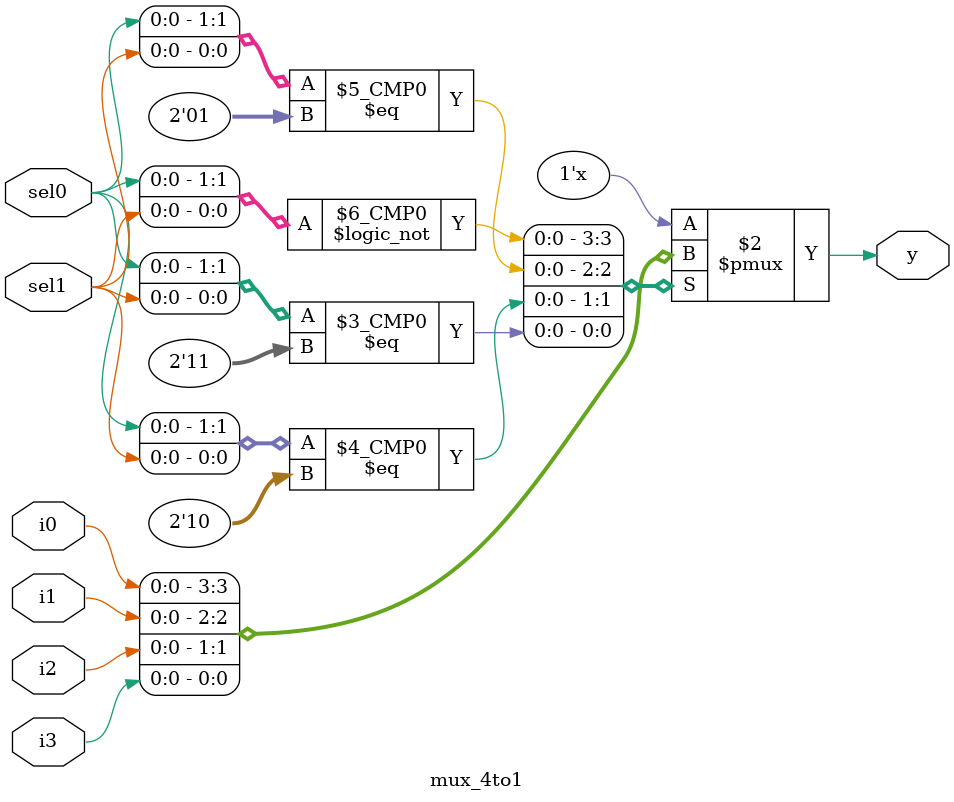
<source format=v>
module mux_4to1(
  input i0,i1,i2,i3,sel0,sel1,
  output reg y);
  
  always @(*)   //It includes all Inputs. You can use this instead of specifying all inputs in //sensivity list.Verilog-2001 Feature
    begin
       case ({sel0,sel1})
       2'b00 : y = i0;
       2'b01 : y = i1;
       2'b10 : y = i2;
       2'b11 : y = i3;
       endcase
    end
    
endmodule

</source>
